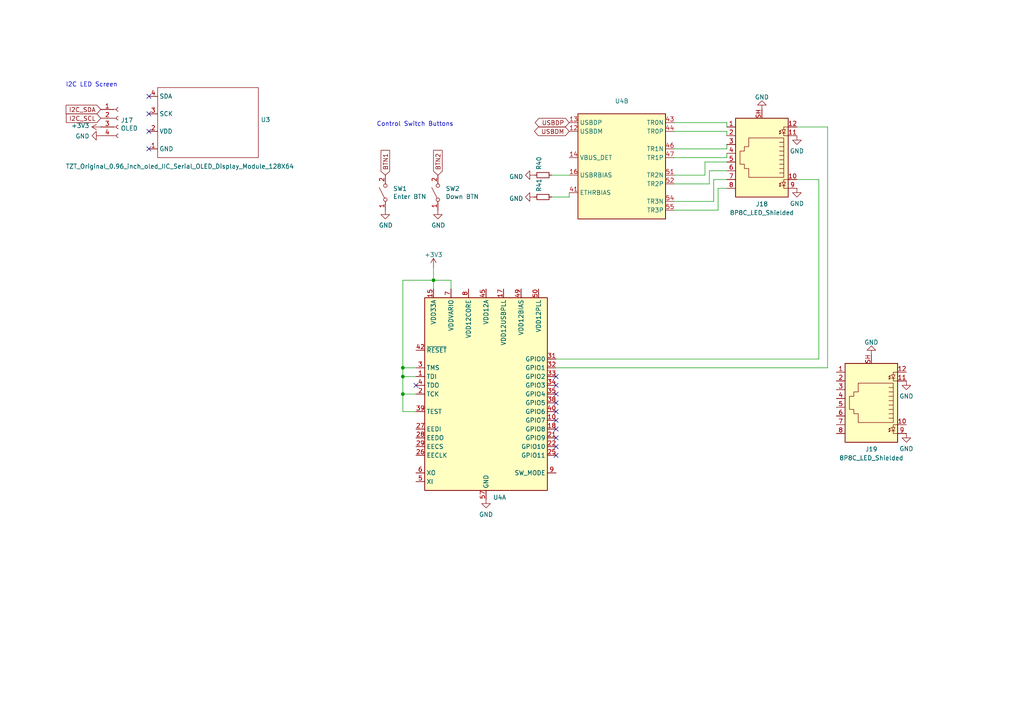
<source format=kicad_sch>
(kicad_sch (version 20211123) (generator eeschema)
  (paper "A4")
  (lib_symbols
    (symbol "Connector:8P8C_LED_Shielded" (pin_names (offset 1.016))
      (property "Reference" "J" (at -5.08 13.97 0))
      (property "Value" "8P8C_LED_Shielded" (at 1.27 13.97 0))
      (symbol "8P8C_LED_Shielded_0_1"
        (polyline (pts (xy -7.62 -7.62) (xy -6.35 -7.62)))
        (polyline (pts (xy -7.62 -5.08) (xy -6.35 -5.08)))
        (polyline (pts (xy -7.62 7.62) (xy -6.35 7.62)))
        (polyline (pts (xy -7.62 10.16) (xy -6.35 10.16)))
        (polyline (pts (xy -6.858 -5.842) (xy -5.842 -5.842)))
        (polyline (pts (xy -6.858 9.398) (xy -5.842 9.398)))
        (polyline (pts (xy -6.35 -7.62) (xy -6.35 -6.858)))
        (polyline (pts (xy -6.35 -5.08) (xy -6.35 -5.842)))
        (polyline (pts (xy -6.35 7.62) (xy -6.35 8.382)))
        (polyline (pts (xy -6.35 10.16) (xy -6.35 9.398)))
        (polyline (pts (xy -5.08 -6.223) (xy -5.207 -6.604)))
        (polyline (pts (xy -5.08 -5.588) (xy -5.207 -5.969)))
        (polyline (pts (xy -5.08 4.445) (xy -6.35 4.445)))
        (polyline (pts (xy -5.08 5.715) (xy -6.35 5.715)))
        (polyline (pts (xy -5.08 9.017) (xy -5.207 8.636)))
        (polyline (pts (xy -5.08 9.652) (xy -5.207 9.271)))
        (polyline (pts (xy -6.35 -3.175) (xy -5.08 -3.175) (xy -5.08 -3.175)))
        (polyline (pts (xy -6.35 -1.905) (xy -5.08 -1.905) (xy -5.08 -1.905)))
        (polyline (pts (xy -6.35 -0.635) (xy -5.08 -0.635) (xy -5.08 -0.635)))
        (polyline (pts (xy -6.35 0.635) (xy -5.08 0.635) (xy -5.08 0.635)))
        (polyline (pts (xy -6.35 1.905) (xy -5.08 1.905) (xy -5.08 1.905)))
        (polyline (pts (xy -5.588 -6.731) (xy -5.08 -6.223) (xy -5.461 -6.35)))
        (polyline (pts (xy -5.588 -6.096) (xy -5.08 -5.588) (xy -5.461 -5.715)))
        (polyline (pts (xy -5.588 8.509) (xy -5.08 9.017) (xy -5.461 8.89)))
        (polyline (pts (xy -5.588 9.144) (xy -5.08 9.652) (xy -5.461 9.525)))
        (polyline (pts (xy -5.08 3.175) (xy -6.35 3.175) (xy -6.35 3.175)))
        (polyline (pts (xy -6.35 -5.842) (xy -6.858 -6.858) (xy -5.842 -6.858) (xy -6.35 -5.842)))
        (polyline (pts (xy -6.35 9.398) (xy -6.858 8.382) (xy -5.842 8.382) (xy -6.35 9.398)))
        (polyline (pts (xy -6.35 -4.445) (xy -6.35 6.985) (xy 3.81 6.985) (xy 3.81 4.445) (xy 5.08 4.445) (xy 5.08 3.175) (xy 6.35 3.175) (xy 6.35 -0.635) (xy 5.08 -0.635) (xy 5.08 -1.905) (xy 3.81 -1.905) (xy 3.81 -4.445) (xy -6.35 -4.445) (xy -6.35 -4.445)))
        (rectangle (start 7.62 12.7) (end -7.62 -10.16) (stroke (width 0.254)) (fill (type background)))
      )
      (symbol "8P8C_LED_Shielded_1_1"
        (pin passive line (at 10.16 -7.62 180) (length 2.54) (name "~") (number "1"))
        (pin passive line (at -10.16 7.62 0) (length 2.54) (name "~") (number "10"))
        (pin passive line (at -10.16 -5.08 0) (length 2.54) (name "~") (number "11"))
        (pin passive line (at -10.16 -7.62 0) (length 2.54) (name "~") (number "12"))
        (pin passive line (at 10.16 -5.08 180) (length 2.54) (name "~") (number "2"))
        (pin passive line (at 10.16 -2.54 180) (length 2.54) (name "~") (number "3"))
        (pin passive line (at 10.16 0 180) (length 2.54) (name "~") (number "4"))
        (pin passive line (at 10.16 2.54 180) (length 2.54) (name "~") (number "5"))
        (pin passive line (at 10.16 5.08 180) (length 2.54) (name "~") (number "6"))
        (pin passive line (at 10.16 7.62 180) (length 2.54) (name "~") (number "7"))
        (pin passive line (at 10.16 10.16 180) (length 2.54) (name "~") (number "8"))
        (pin passive line (at -10.16 10.16 0) (length 2.54) (name "~") (number "9"))
        (pin passive line (at 0 -12.7 90) (length 2.54) (name "~") (number "SH"))
      )
    )
    (symbol "Connector:Conn_01x04_Female" (pin_names (offset 1.016) hide)
      (property "Reference" "J" (at 0 5.08 0))
      (property "Value" "Conn_01x04_Female" (at 0 -7.62 0))
      (symbol "Conn_01x04_Female_1_1"
        (arc (start 0 -4.572) (mid -0.508 -5.08) (end 0 -5.588) (stroke (width 0.1524)))
        (arc (start 0 -2.032) (mid -0.508 -2.54) (end 0 -3.048) (stroke (width 0.1524)))
        (polyline (pts (xy -1.27 -5.08) (xy -0.508 -5.08)) (stroke (width 0.1524)))
        (polyline (pts (xy -1.27 -2.54) (xy -0.508 -2.54)) (stroke (width 0.1524)))
        (polyline (pts (xy -1.27 0) (xy -0.508 0)) (stroke (width 0.1524)))
        (polyline (pts (xy -1.27 2.54) (xy -0.508 2.54)) (stroke (width 0.1524)))
        (arc (start 0 0.508) (mid -0.508 0) (end 0 -0.508) (stroke (width 0.1524)))
        (arc (start 0 3.048) (mid -0.508 2.54) (end 0 2.032) (stroke (width 0.1524)))
        (pin passive line (at -5.08 2.54 0) (length 3.81) (name "Pin_1") (number "1"))
        (pin passive line (at -5.08 0 0) (length 3.81) (name "Pin_2") (number "2"))
        (pin passive line (at -5.08 -2.54 0) (length 3.81) (name "Pin_3") (number "3"))
        (pin passive line (at -5.08 -5.08 0) (length 3.81) (name "Pin_4") (number "4"))
      )
    )
    (symbol "Device:R_Small" (pin_numbers hide) (pin_names (offset 0.254) hide)
      (property "Reference" "R" (at 0.762 0.508 0))
      (property "Value" "R_Small" (at 0.762 -1.016 0))
      (symbol "R_Small_0_1"
        (rectangle (start -0.762 1.778) (end 0.762 -1.778) (stroke (width 0.2032)))
      )
      (symbol "R_Small_1_1"
        (pin passive line (at 0 2.54 270) (length 0.762) (name "~") (number "1"))
        (pin passive line (at 0 -2.54 90) (length 0.762) (name "~") (number "2"))
      )
    )
    (symbol "Interface_Ethernet:LAN7500-ABJZ"
      (property "Reference" "U" (at -17.78 -29.21 0))
      (property "Value" "LAN7500-ABJZ" (at -17.78 -31.75 0))
      (symbol "LAN7500-ABJZ_1_1"
        (rectangle (start -17.78 27.94) (end 17.78 -27.94) (stroke (width 0.254)) (fill (type background)))
        (pin input line (at -20.32 5.08 0) (length 2.54) (name "TDI") (number "1"))
        (pin bidirectional line (at 20.32 -7.62 180) (length 2.54) (name "GPIO7") (number "10"))
        (pin passive line (at -5.08 30.48 270) (length 2.54) hide (name "VDD12CORE") (number "11"))
        (pin power_in line (at -15.24 30.48 270) (length 2.54) (name "VDD33A") (number "15"))
        (pin power_in line (at 5.08 30.48 270) (length 2.54) (name "VDD12USBPLL") (number "17"))
        (pin bidirectional line (at 20.32 -10.16 180) (length 2.54) (name "GPIO8") (number "18"))
        (pin passive line (at -10.16 30.48 270) (length 2.54) hide (name "VDDVARIO") (number "19"))
        (pin input line (at -20.32 0 0) (length 2.54) (name "TCK") (number "2"))
        (pin passive line (at -5.08 30.48 270) (length 2.54) hide (name "VDD12CORE") (number "20"))
        (pin bidirectional line (at 20.32 -12.7 180) (length 2.54) (name "GPIO9") (number "21"))
        (pin bidirectional line (at 20.32 -15.24 180) (length 2.54) (name "GPIO10") (number "22"))
        (pin passive line (at -5.08 30.48 270) (length 2.54) hide (name "VDD12CORE") (number "23"))
        (pin passive line (at -10.16 30.48 270) (length 2.54) hide (name "VDDVARIO") (number "24"))
        (pin bidirectional line (at 20.32 -17.78 180) (length 2.54) (name "GPIO11") (number "25"))
        (pin output line (at -20.32 -17.78 0) (length 2.54) (name "EECLK") (number "26"))
        (pin input line (at -20.32 -10.16 0) (length 2.54) (name "EEDI") (number "27"))
        (pin output line (at -20.32 -12.7 0) (length 2.54) (name "EEDO") (number "28"))
        (pin output line (at -20.32 -15.24 0) (length 2.54) (name "EECS") (number "29"))
        (pin input line (at -20.32 7.62 0) (length 2.54) (name "TMS") (number "3"))
        (pin passive line (at -5.08 30.48 270) (length 2.54) hide (name "VDD12CORE") (number "30"))
        (pin bidirectional line (at 20.32 10.16 180) (length 2.54) (name "GPIO0") (number "31"))
        (pin bidirectional line (at 20.32 7.62 180) (length 2.54) (name "GPIO1") (number "32"))
        (pin bidirectional line (at 20.32 5.08 180) (length 2.54) (name "GPIO2") (number "33"))
        (pin bidirectional line (at 20.32 2.54 180) (length 2.54) (name "GPIO3") (number "34"))
        (pin bidirectional line (at 20.32 0 180) (length 2.54) (name "GPIO4") (number "35"))
        (pin passive line (at -5.08 30.48 270) (length 2.54) hide (name "VDD12CORE") (number "36"))
        (pin passive line (at -10.16 30.48 270) (length 2.54) hide (name "VDDVARIO") (number "37"))
        (pin bidirectional line (at 20.32 -2.54 180) (length 2.54) (name "GPIO5") (number "38"))
        (pin input line (at -20.32 -5.08 0) (length 2.54) (name "TEST") (number "39"))
        (pin output line (at -20.32 2.54 0) (length 2.54) (name "TDO") (number "4"))
        (pin bidirectional line (at 20.32 -5.08 180) (length 2.54) (name "GPIO6") (number "40"))
        (pin input line (at -20.32 12.7 0) (length 2.54) (name "~{RESET}") (number "42"))
        (pin power_in line (at 0 30.48 270) (length 2.54) (name "VDD12A") (number "45"))
        (pin passive line (at 0 30.48 270) (length 2.54) hide (name "VDD12A") (number "48"))
        (pin power_in line (at 10.16 30.48 270) (length 2.54) (name "VDD12BIAS") (number "49"))
        (pin input line (at -20.32 -25.4 0) (length 2.54) (name "XI") (number "5"))
        (pin power_in line (at 15.24 30.48 270) (length 2.54) (name "VDD12PLL") (number "50"))
        (pin passive line (at 0 30.48 270) (length 2.54) hide (name "VDD12A") (number "53"))
        (pin passive line (at 0 30.48 270) (length 2.54) hide (name "VDD12A") (number "56"))
        (pin power_in line (at 0 -30.48 90) (length 2.54) (name "GND") (number "57"))
        (pin output line (at -20.32 -22.86 0) (length 2.54) (name "XO") (number "6"))
        (pin power_in line (at -10.16 30.48 270) (length 2.54) (name "VDDVARIO") (number "7"))
        (pin power_in line (at -5.08 30.48 270) (length 2.54) (name "VDD12CORE") (number "8"))
        (pin output line (at 20.32 -22.86 180) (length 2.54) (name "SW_MODE") (number "9"))
      )
      (symbol "LAN7500-ABJZ_2_1"
        (rectangle (start 12.7 -15.24) (end -12.7 15.24) (stroke (width 0.254)) (fill (type background)))
        (pin bidirectional line (at -15.24 10.16 0) (length 2.54) (name "USBDM") (number "12"))
        (pin bidirectional line (at -15.24 12.7 0) (length 2.54) (name "USBDP") (number "13"))
        (pin input line (at -15.24 2.54 0) (length 2.54) (name "VBUS_DET") (number "14"))
        (pin passive line (at -15.24 -2.54 0) (length 2.54) (name "USBRBIAS") (number "16"))
        (pin passive line (at -15.24 -7.62 0) (length 2.54) (name "ETHRBIAS") (number "41"))
        (pin bidirectional line (at 15.24 12.7 180) (length 2.54) (name "TR0N") (number "43"))
        (pin bidirectional line (at 15.24 10.16 180) (length 2.54) (name "TR0P") (number "44"))
        (pin bidirectional line (at 15.24 5.08 180) (length 2.54) (name "TR1N") (number "46"))
        (pin bidirectional line (at 15.24 2.54 180) (length 2.54) (name "TR1P") (number "47"))
        (pin bidirectional line (at 15.24 -2.54 180) (length 2.54) (name "TR2N") (number "51"))
        (pin bidirectional line (at 15.24 -5.08 180) (length 2.54) (name "TR2P") (number "52"))
        (pin bidirectional line (at 15.24 -10.16 180) (length 2.54) (name "TR3N") (number "54"))
        (pin bidirectional line (at 15.24 -12.7 180) (length 2.54) (name "TR3P") (number "55"))
      )
    )
    (symbol "Stuarts_BESPOKE:TZT_Original_0.96_inch_oled_IIC_Serial_OLED_Display_Module_128X64"
      (property "Reference" "U" (at 6.35 -12.7 0))
      (property "Value" "TZT_Original_0.96_inch_oled_IIC_Serial_OLED_Display_Module_128X64" (at 0 0 0))
      (symbol "TZT_Original_0.96_inch_oled_IIC_Serial_OLED_Display_Module_128X64_0_1"
        (rectangle (start -13.97 -19.05) (end 6.35 -48.26) (stroke (width 0.1524)))
      )
      (symbol "TZT_Original_0.96_inch_oled_IIC_Serial_OLED_Display_Module_128X64_1_1"
        (pin power_in line (at -11.43 -16.51 270) (length 2.54) (name "GND") (number "1"))
        (pin power_in line (at -6.35 -16.51 270) (length 2.54) (name "VDD") (number "2"))
        (pin input line (at -1.27 -16.51 270) (length 2.54) (name "SCK") (number "3"))
        (pin input line (at 3.81 -16.51 270) (length 2.54) (name "SDA") (number "4"))
      )
    )
    (symbol "Switch:SW_SPST" (pin_names (offset 0) hide)
      (property "Reference" "SW" (at 0 3.175 0))
      (property "Value" "SW_SPST" (at 0 -2.54 0))
      (symbol "SW_SPST_0_0"
        (circle (center -2.032 0) (radius 0.508))
        (polyline (pts (xy -1.524 0.254) (xy 1.524 1.778)))
        (circle (center 2.032 0) (radius 0.508))
      )
      (symbol "SW_SPST_1_1"
        (pin passive line (at -5.08 0 0) (length 2.54) (name "A") (number "1"))
        (pin passive line (at 5.08 0 180) (length 2.54) (name "B") (number "2"))
      )
    )
    (symbol "power:+3.3V" (power) (pin_names (offset 0))
      (property "Value" "+3.3V" (at 0 3.556 0))
      (symbol "+3.3V_0_1"
        (polyline (pts (xy -0.762 1.27) (xy 0 2.54)))
        (polyline (pts (xy 0 0) (xy 0 2.54)))
        (polyline (pts (xy 0 2.54) (xy 0.762 1.27)))
      )
      (symbol "+3.3V_1_1"
        (pin power_in line (at 0 0 90) (length 0) hide (name "+3V3") (number "1"))
      )
    )
    (symbol "power:GND" (power) (pin_names (offset 0))
      (property "Value" "GND" (at 0 -3.81 0))
      (symbol "GND_0_1"
        (polyline (pts (xy 0 0) (xy 0 -1.27) (xy 1.27 -1.27) (xy 0 -2.54) (xy -1.27 -1.27) (xy 0 -1.27)))
      )
      (symbol "GND_1_1"
        (pin power_in line (at 0 0 270) (length 0) hide (name "GND") (number "1"))
      )
    )
  )
  (junction (at 116.84 114.3))
  (junction (at 116.84 109.22))
  (junction (at 125.73 81.28))
  (junction (at 116.84 106.68))
  (no_connect (at 43.18 33.02))
  (no_connect (at 43.18 27.94))
  (no_connect (at 43.18 43.18))
  (no_connect (at 43.18 38.1))
  (no_connect (at 161.29 129.54))
  (no_connect (at 161.29 132.08))
  (no_connect (at 161.29 121.92))
  (no_connect (at 161.29 124.46))
  (no_connect (at 161.29 127))
  (no_connect (at 161.29 116.84))
  (no_connect (at 161.29 119.38))
  (no_connect (at 161.29 109.22))
  (no_connect (at 161.29 111.76))
  (no_connect (at 161.29 114.3))
  (no_connect (at 120.65 111.76))
  (wire (pts (xy 208.28 60.96) (xy 208.28 54.61)))
  (wire (pts (xy 195.58 50.8) (xy 204.47 50.8)))
  (wire (pts (xy 161.29 104.14) (xy 237.49 104.14)))
  (wire (pts (xy 165.1 57.15) (xy 165.1 55.88)))
  (wire (pts (xy 116.84 106.68) (xy 116.84 81.28)))
  (wire (pts (xy 160.02 57.15) (xy 165.1 57.15)))
  (wire (pts (xy 205.74 49.53) (xy 210.82 49.53)))
  (wire (pts (xy 204.47 46.99) (xy 210.82 46.99)))
  (wire (pts (xy 195.58 60.96) (xy 208.28 60.96)))
  (wire (pts (xy 210.82 45.72) (xy 210.82 44.45)))
  (wire (pts (xy 125.73 77.47) (xy 125.73 81.28)))
  (wire (pts (xy 237.49 52.07) (xy 231.14 52.07)))
  (wire (pts (xy 207.01 52.07) (xy 210.82 52.07)))
  (wire (pts (xy 237.49 104.14) (xy 237.49 52.07)))
  (wire (pts (xy 205.74 53.34) (xy 205.74 49.53)))
  (wire (pts (xy 195.58 53.34) (xy 205.74 53.34)))
  (wire (pts (xy 161.29 106.68) (xy 240.03 106.68)))
  (wire (pts (xy 210.82 43.18) (xy 210.82 41.91)))
  (wire (pts (xy 195.58 45.72) (xy 210.82 45.72)))
  (wire (pts (xy 116.84 109.22) (xy 116.84 114.3)))
  (wire (pts (xy 116.84 81.28) (xy 125.73 81.28)))
  (wire (pts (xy 125.73 81.28) (xy 125.73 83.82)))
  (wire (pts (xy 240.03 106.68) (xy 240.03 36.83)))
  (wire (pts (xy 204.47 50.8) (xy 204.47 46.99)))
  (wire (pts (xy 116.84 106.68) (xy 120.65 106.68)))
  (wire (pts (xy 160.02 50.8) (xy 165.1 50.8)))
  (wire (pts (xy 120.65 119.38) (xy 116.84 119.38)))
  (wire (pts (xy 195.58 38.1) (xy 210.82 38.1)))
  (wire (pts (xy 240.03 36.83) (xy 231.14 36.83)))
  (wire (pts (xy 130.81 83.82) (xy 130.81 81.28)))
  (wire (pts (xy 210.82 35.56) (xy 210.82 36.83)))
  (wire (pts (xy 120.65 114.3) (xy 116.84 114.3)))
  (wire (pts (xy 116.84 119.38) (xy 116.84 114.3)))
  (wire (pts (xy 195.58 58.42) (xy 207.01 58.42)))
  (wire (pts (xy 195.58 43.18) (xy 210.82 43.18)))
  (wire (pts (xy 210.82 38.1) (xy 210.82 39.37)))
  (wire (pts (xy 208.28 54.61) (xy 210.82 54.61)))
  (wire (pts (xy 195.58 35.56) (xy 210.82 35.56)))
  (wire (pts (xy 116.84 109.22) (xy 116.84 106.68)))
  (wire (pts (xy 207.01 58.42) (xy 207.01 52.07)))
  (wire (pts (xy 116.84 109.22) (xy 120.65 109.22)))
  (wire (pts (xy 130.81 81.28) (xy 125.73 81.28)))
  (text "Control Switch Buttons" (at 109.22 36.83 0) (effects (font (size 1.27 1.27)) (justify left bottom)))
  (text "I2C LED Screen" (at 19.05 25.4 0) (effects (font (size 1.27 1.27)) (justify left bottom)))
  (global_label "USBDM" (shape bidirectional) (at 165.1 38.1 180) (property "Intersheet References" "${INTERSHEET_REFS}" (effects hide)))
  (global_label "I2C_SDA" (shape input) (at 29.21 31.75 180) (property "Intersheet References" "${INTERSHEET_REFS}" (effects hide)))
  (global_label "BTN2" (shape input) (at 127 50.8 90) (property "Intersheet References" "${INTERSHEET_REFS}" (effects hide)))
  (global_label "BTN1" (shape input) (at 111.76 50.8 90) (property "Intersheet References" "${INTERSHEET_REFS}" (effects hide)))
  (global_label "I2C_SCL" (shape input) (at 29.21 34.29 180) (property "Intersheet References" "${INTERSHEET_REFS}" (effects hide)))
  (global_label "USBDP" (shape bidirectional) (at 165.1 35.56 180) (property "Intersheet References" "${INTERSHEET_REFS}" (effects hide)))
  (symbol (lib_id "Connector:Conn_01x04_Female") (at 34.29 34.29 0) (unit 1)
    (property "Reference" "J17" (at 35.0012 34.8996 0) (effects (justify left)))
    (property "Value" "OLED" (at 35.0012 37.211 0) (effects (justify left)))
    (property "Footprint" "Connector_PinSocket_2.54mm:PinSocket_1x04_P2.54mm_Vertical" (effects hide))
  )
  (symbol (lib_id "power:GND") (at 154.94 57.15 270) (unit 1)
    (property "Reference" "#PWR0129" (effects hide))
    (property "Value" "GND" (at 151.7651 57.5838 90) (effects (justify right)))
  )
  (symbol (lib_id "power:GND") (at 220.98 31.75 180) (unit 1)
    (property "Reference" "#PWR0127" (effects hide))
  )
  (symbol (lib_id "power:GND") (at 252.73 102.87 180) (unit 1)
    (property "Reference" "#PWR0135" (effects hide))
    (property "Value" "GND" (at 252.73 99.2942 0))
  )
  (symbol (lib_id "Device:R_Small") (at 157.48 50.8 90) (unit 1)
    (property "Reference" "R40" (at 156.3116 49.3014 0) (effects (justify left)))
    (property "Datasheet" "https://datasheet.lcsc.com/szlcsc/Uniroyal-Elec-0805W8F2201T5E_C17520.pdf" (effects hide))
  )
  (symbol (lib_id "power:GND") (at 262.89 110.49 0) (unit 1)
    (property "Reference" "#PWR0133" (effects hide))
  )
  (symbol (lib_id "Stuarts_BESPOKE:TZT_Original_0.96_inch_oled_IIC_Serial_OLED_Display_Module_128X64") (at 26.67 31.75 90) (unit 1)
    (property "Reference" "U3" (at 75.6412 34.7253 90) (effects (justify right)))
    (property "Value" "TZT_Original_0.96_inch_oled_IIC_Serial_OLED_Display_Module_128X64" (at 19.05 48.26 90) (effects (justify right)))
    (property "Footprint" "Stuart_BESPOKE:TZT_0.96inch_OLED" (effects hide))
  )
  (symbol (lib_id "power:+3.3V") (at 125.73 77.47 0) (unit 1)
    (property "Reference" "#PWR0126" (effects hide))
  )
  (symbol (lib_id "power:GND") (at 29.21 39.37 270) (unit 1)
    (property "Reference" "#PWR033" (effects hide))
    (property "Value" "GND" (at 25.9588 39.497 90) (effects (justify right)))
  )
  (symbol (lib_id "power:GND") (at 140.97 144.78 0) (unit 1)
    (property "Reference" "#PWR0130" (effects hide))
  )
  (symbol (lib_id "Interface_Ethernet:LAN7500-ABJZ") (at 140.97 114.3 0) (unit 1)
    (property "Reference" "U4" (at 142.9894 144.2704 0) (effects (justify left)))
    (property "Datasheet" "http://ww1.microchip.com/downloads/en/DeviceDoc/00001734B.pdf" (effects hide))
  )
  (symbol (lib_id "Interface_Ethernet:LAN7500-ABJZ") (at 180.34 48.26 0) (unit 2)
    (property "Reference" "U4" (at 180.34 29.3202 0))
    (property "Datasheet" "http://ww1.microchip.com/downloads/en/DeviceDoc/00001734B.pdf" (effects hide))
  )
  (symbol (lib_id "power:+3.3V") (at 29.21 36.83 90) (unit 1)
    (property "Reference" "#PWR015" (effects hide))
    (property "Value" "+3.3V" (at 25.9588 36.449 90) (effects (justify left)))
  )
  (symbol (lib_id "Switch:SW_SPST") (at 127 55.88 90) (unit 1)
    (property "Reference" "SW2" (at 129.2352 54.7116 90) (effects (justify right)))
    (property "Value" "Down BTN" (at 129.2352 57.023 90) (effects (justify right)))
    (property "Footprint" "Button_Switch_THT:SW_PUSH_6mm" (effects hide))
  )
  (symbol (lib_id "power:GND") (at 154.94 50.8 270) (unit 1)
    (property "Reference" "#PWR0128" (effects hide))
  )
  (symbol (lib_id "power:GND") (at 111.76 60.96 0) (unit 1)
    (property "Reference" "#PWR0121" (effects hide))
    (property "Value" "GND" (at 111.887 65.3542 0))
  )
  (symbol (lib_id "Device:R_Small") (at 157.48 57.15 90) (unit 1)
    (property "Reference" "R41" (at 156.3116 55.6514 0) (effects (justify left)))
    (property "Datasheet" "https://datasheet.lcsc.com/szlcsc/Uniroyal-Elec-0805W8F2201T5E_C17520.pdf" (effects hide))
  )
  (symbol (lib_id "Connector:8P8C_LED_Shielded") (at 252.73 115.57 180) (unit 1)
    (property "Reference" "J19" (at 252.73 130.3004 0))
    (property "Value" "8P8C_LED_Shielded" (at 252.73 132.8373 0))
    (property "Footprint" "Connector_RJ:RJ45_BEL_SS74301-00x_Vertical" (effects hide))
  )
  (symbol (lib_id "power:GND") (at 231.14 54.61 0) (unit 1)
    (property "Reference" "#PWR0131" (effects hide))
    (property "Value" "GND" (at 231.14 59.0534 0))
  )
  (symbol (lib_id "Connector:8P8C_LED_Shielded") (at 220.98 44.45 180) (unit 1)
    (property "Reference" "J18" (at 220.98 59.1804 0))
    (property "Value" "8P8C_LED_Shielded" (at 220.98 61.7173 0))
    (property "Footprint" "Connector_RJ:RJ45_BEL_SS74301-00x_Vertical" (effects hide))
  )
  (symbol (lib_id "power:GND") (at 262.89 125.73 0) (unit 1)
    (property "Reference" "#PWR0134" (effects hide))
    (property "Value" "GND" (at 262.89 130.1734 0))
  )
  (symbol (lib_id "power:GND") (at 231.14 39.37 0) (unit 1)
    (property "Reference" "#PWR0132" (effects hide))
  )
  (symbol (lib_id "power:GND") (at 127 60.96 0) (unit 1)
    (property "Reference" "#PWR0122" (effects hide))
    (property "Value" "GND" (at 127.127 65.3542 0))
  )
  (symbol (lib_id "Switch:SW_SPST") (at 111.76 55.88 90) (unit 1)
    (property "Reference" "SW1" (at 113.9952 54.7116 90) (effects (justify right)))
    (property "Value" "Enter BTN" (at 113.9952 57.023 90) (effects (justify right)))
    (property "Footprint" "Button_Switch_THT:SW_PUSH_6mm" (effects hide))
  )
)
</source>
